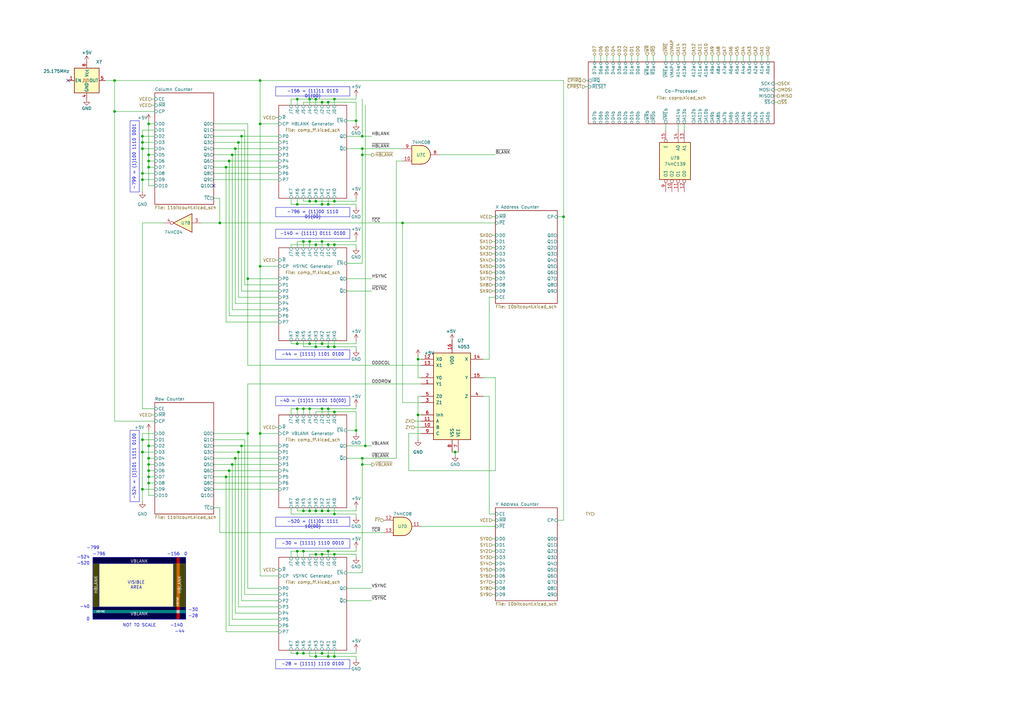
<source format=kicad_sch>
(kicad_sch (version 20231120) (generator "eeschema") (generator_version "8.0")
  (paper "A3")
  (junction (at 134.62 269.24))
  (junction (at 101.6 177.8))
  (junction (at 121.92 267.97))
  (junction (at 60.96 195.58))
  (junction (at 121.92 167.64))
  (junction (at 106.68 109.22))
  (junction (at 58.42 55.88))
  (junction (at 127 209.55))
  (junction (at 137.16 142.24))
  (junction (at 58.42 180.34))
  (junction (at 231.14 88.9))
  (junction (at 129.54 209.55))
  (junction (at 124.46 99.06))
  (junction (at 132.08 140.97))
  (junction (at 58.42 60.96))
  (junction (at 124.46 226.06))
  (junction (at 129.54 142.24))
  (junction (at 60.96 198.12))
  (junction (at 60.96 190.5))
  (junction (at 127 40.64))
  (junction (at 165.1 91.44))
  (junction (at 97.79 58.42))
  (junction (at 106.68 33.02))
  (junction (at 129.54 269.24))
  (junction (at 134.62 100.33))
  (junction (at 121.92 226.06))
  (junction (at 134.62 226.06))
  (junction (at 99.06 182.88))
  (junction (at 137.16 168.91))
  (junction (at 99.06 55.88))
  (junction (at 124.46 209.55))
  (junction (at 60.96 63.5))
  (junction (at 121.92 83.82))
  (junction (at 129.54 82.55))
  (junction (at 124.46 267.97))
  (junction (at 132.08 41.91))
  (junction (at 146.05 49.53))
  (junction (at 129.54 227.33))
  (junction (at 146.05 176.53))
  (junction (at 60.96 66.04))
  (junction (at 127 99.06))
  (junction (at 137.16 40.64))
  (junction (at 93.98 66.04))
  (junction (at 60.96 193.04))
  (junction (at 106.68 177.8))
  (junction (at 93.98 193.04))
  (junction (at 46.99 45.72))
  (junction (at 132.08 267.97))
  (junction (at 58.42 73.66))
  (junction (at 60.96 50.8))
  (junction (at 46.99 33.02))
  (junction (at 124.46 167.64))
  (junction (at 149.86 182.88))
  (junction (at 137.16 100.33))
  (junction (at 186.69 185.42))
  (junction (at 129.54 40.64))
  (junction (at 96.52 60.96))
  (junction (at 106.68 50.8))
  (junction (at 134.62 41.91))
  (junction (at 58.42 185.42))
  (junction (at 132.08 227.33))
  (junction (at 97.79 185.42))
  (junction (at 171.45 147.32))
  (junction (at 137.16 210.82))
  (junction (at 132.08 209.55))
  (junction (at 132.08 167.64))
  (junction (at 58.42 58.42))
  (junction (at 148.59 60.96))
  (junction (at 134.62 167.64))
  (junction (at 171.45 170.18))
  (junction (at 58.42 71.12))
  (junction (at 134.62 142.24))
  (junction (at 132.08 99.06))
  (junction (at 148.59 55.88))
  (junction (at 96.52 187.96))
  (junction (at 92.71 195.58))
  (junction (at 95.25 190.5))
  (junction (at 148.59 187.96))
  (junction (at 134.62 83.82))
  (junction (at 121.92 40.64))
  (junction (at 58.42 200.66))
  (junction (at 132.08 83.82))
  (junction (at 121.92 140.97))
  (junction (at 148.59 63.5))
  (junction (at 95.25 63.5))
  (junction (at 60.96 182.88))
  (junction (at 127 140.97))
  (junction (at 134.62 209.55))
  (junction (at 60.96 68.58))
  (junction (at 127 82.55))
  (junction (at 129.54 100.33))
  (junction (at 92.71 68.58))
  (junction (at 137.16 82.55))
  (junction (at 60.96 187.96))
  (junction (at 148.59 190.5))
  (junction (at 127 167.64))
  (junction (at 101.6 114.3))
  (junction (at 90.17 91.44))
  (junction (at 137.16 269.24))
  (junction (at 137.16 227.33))
  (no_connect (at 27.94 33.02))
  (no_connect (at 87.63 76.2))
  (wire (pts (xy 284.48 22.86) (xy 284.48 25.4)))
  (wire (pts (xy 124.46 41.91) (xy 124.46 43.18)))
  (wire (pts (xy 97.79 185.42) (xy 114.3 185.42)))
  (wire (pts (xy 62.23 43.18) (xy 63.5 43.18)))
  (wire (pts (xy 134.62 167.64) (xy 146.05 167.64)))
  (wire (pts (xy 142.24 187.96) (xy 148.59 187.96)))
  (wire (pts (xy 137.16 82.55) (xy 146.05 82.55)))
  (wire (pts (xy 129.54 228.6) (xy 129.54 227.33)))
  (wire (pts (xy 99.06 55.88) (xy 114.3 55.88)))
  (wire (pts (xy 62.23 40.64) (xy 63.5 40.64)))
  (wire (pts (xy 273.05 50.8) (xy 273.05 53.34)))
  (wire (pts (xy 58.42 53.34) (xy 58.42 55.88)))
  (wire (pts (xy 93.98 256.54) (xy 93.98 193.04)))
  (wire (pts (xy 231.14 213.36) (xy 228.6 213.36)))
  (wire (pts (xy 124.46 267.97) (xy 121.92 267.97)))
  (wire (pts (xy 201.93 236.22) (xy 203.2 236.22)))
  (wire (pts (xy 100.33 53.34) (xy 100.33 116.84)))
  (wire (pts (xy 146.05 39.37) (xy 146.05 40.64)))
  (wire (pts (xy 149.86 182.88) (xy 152.4 182.88)))
  (wire (pts (xy 134.62 142.24) (xy 129.54 142.24)))
  (wire (pts (xy 87.63 58.42) (xy 97.79 58.42)))
  (wire (pts (xy 146.05 40.64) (xy 137.16 40.64)))
  (wire (pts (xy 171.45 154.94) (xy 172.72 154.94)))
  (wire (pts (xy 63.5 63.5) (xy 60.96 63.5)))
  (wire (pts (xy 146.05 100.33) (xy 146.05 101.6)))
  (wire (pts (xy 201.93 119.38) (xy 203.2 119.38)))
  (wire (pts (xy 58.42 71.12) (xy 63.5 71.12)))
  (wire (pts (xy 119.38 40.64) (xy 119.38 43.18)))
  (wire (pts (xy 96.52 60.96) (xy 114.3 60.96)))
  (wire (pts (xy 121.92 267.97) (xy 121.92 266.7)))
  (wire (pts (xy 134.62 101.6) (xy 134.62 100.33)))
  (wire (pts (xy 171.45 147.32) (xy 172.72 147.32)))
  (wire (pts (xy 246.38 22.86) (xy 246.38 25.4)))
  (wire (pts (xy 302.26 22.86) (xy 302.26 25.4)))
  (wire (pts (xy 165.1 91.44) (xy 165.1 165.1)))
  (wire (pts (xy 127 40.64) (xy 121.92 40.64)))
  (wire (pts (xy 106.68 50.8) (xy 114.3 50.8)))
  (wire (pts (xy 148.59 63.5) (xy 152.4 63.5)))
  (wire (pts (xy 132.08 83.82) (xy 134.62 83.82)))
  (wire (pts (xy 93.98 193.04) (xy 114.3 193.04)))
  (wire (pts (xy 287.02 22.86) (xy 287.02 25.4)))
  (wire (pts (xy 90.17 91.44) (xy 165.1 91.44)))
  (wire (pts (xy 124.46 82.55) (xy 124.46 81.28)))
  (wire (pts (xy 60.96 182.88) (xy 60.96 176.53)))
  (wire (pts (xy 146.05 142.24) (xy 146.05 143.51)))
  (wire (pts (xy 137.16 266.7) (xy 137.16 269.24)))
  (wire (pts (xy 201.93 88.9) (xy 203.2 88.9)))
  (wire (pts (xy 127 101.6) (xy 127 99.06)))
  (wire (pts (xy 142.24 241.3) (xy 152.4 241.3)))
  (wire (pts (xy 121.92 167.64) (xy 119.38 167.64)))
  (wire (pts (xy 137.16 40.64) (xy 137.16 43.18)))
  (wire (pts (xy 60.96 203.2) (xy 60.96 198.12)))
  (wire (pts (xy 134.62 226.06) (xy 134.62 228.6)))
  (wire (pts (xy 92.71 195.58) (xy 92.71 259.08)))
  (wire (pts (xy 318.77 36.83) (xy 317.5 36.83)))
  (wire (pts (xy 87.63 66.04) (xy 93.98 66.04)))
  (wire (pts (xy 142.24 176.53) (xy 146.05 176.53)))
  (wire (pts (xy 121.92 81.28) (xy 121.92 83.82)))
  (wire (pts (xy 180.34 63.5) (xy 203.2 63.5)))
  (wire (pts (xy 114.3 251.46) (xy 96.52 251.46)))
  (wire (pts (xy 170.18 172.72) (xy 172.72 172.72)))
  (wire (pts (xy 129.54 266.7) (xy 129.54 269.24)))
  (wire (pts (xy 46.99 172.72) (xy 63.5 172.72)))
  (wire (pts (xy 124.46 267.97) (xy 124.46 266.7)))
  (wire (pts (xy 142.24 49.53) (xy 146.05 49.53)))
  (wire (pts (xy 146.05 83.82) (xy 146.05 85.09)))
  (wire (pts (xy 60.96 63.5) (xy 60.96 50.8)))
  (wire (pts (xy 289.56 22.86) (xy 289.56 25.4)))
  (wire (pts (xy 63.5 203.2) (xy 60.96 203.2)))
  (wire (pts (xy 256.54 22.86) (xy 256.54 25.4)))
  (wire (pts (xy 200.66 147.32) (xy 198.12 147.32)))
  (wire (pts (xy 58.42 180.34) (xy 58.42 185.42)))
  (wire (pts (xy 119.38 81.28) (xy 119.38 83.82)))
  (wire (pts (xy 127 140.97) (xy 132.08 140.97)))
  (wire (pts (xy 137.16 170.18) (xy 137.16 168.91)))
  (wire (pts (xy 87.63 55.88) (xy 99.06 55.88)))
  (wire (pts (xy 87.63 63.5) (xy 95.25 63.5)))
  (wire (pts (xy 165.1 66.04) (xy 162.56 66.04)))
  (wire (pts (xy 101.6 241.3) (xy 114.3 241.3)))
  (wire (pts (xy 58.42 200.66) (xy 58.42 205.74)))
  (wire (pts (xy 97.79 248.92) (xy 114.3 248.92)))
  (wire (pts (xy 100.33 180.34) (xy 100.33 243.84)))
  (wire (pts (xy 146.05 41.91) (xy 146.05 49.53)))
  (wire (pts (xy 198.12 154.94) (xy 203.2 154.94)))
  (wire (pts (xy 142.24 234.95) (xy 148.59 234.95)))
  (wire (pts (xy 58.42 55.88) (xy 63.5 55.88)))
  (wire (pts (xy 137.16 81.28) (xy 137.16 82.55)))
  (wire (pts (xy 170.18 175.26) (xy 172.72 175.26)))
  (wire (pts (xy 63.5 177.8) (xy 58.42 177.8)))
  (wire (pts (xy 95.25 190.5) (xy 95.25 254)))
  (wire (pts (xy 318.77 39.37) (xy 317.5 39.37)))
  (wire (pts (xy 132.08 41.91) (xy 132.08 43.18)))
  (wire (pts (xy 58.42 180.34) (xy 63.5 180.34)))
  (wire (pts (xy 278.13 50.8) (xy 278.13 53.34)))
  (wire (pts (xy 114.3 119.38) (xy 99.06 119.38)))
  (wire (pts (xy 114.3 246.38) (xy 99.06 246.38)))
  (wire (pts (xy 134.62 170.18) (xy 134.62 167.64)))
  (wire (pts (xy 148.59 60.96) (xy 165.1 60.96)))
  (wire (pts (xy 60.96 50.8) (xy 63.5 50.8)))
  (wire (pts (xy 90.17 218.44) (xy 157.48 218.44)))
  (wire (pts (xy 201.93 241.3) (xy 203.2 241.3)))
  (wire (pts (xy 129.54 209.55) (xy 132.08 209.55)))
  (wire (pts (xy 240.03 33.02) (xy 241.3 33.02)))
  (wire (pts (xy 101.6 149.86) (xy 172.72 149.86)))
  (wire (pts (xy 46.99 33.02) (xy 43.18 33.02)))
  (wire (pts (xy 142.24 182.88) (xy 149.86 182.88)))
  (wire (pts (xy 134.62 41.91) (xy 132.08 41.91)))
  (wire (pts (xy 127 227.33) (xy 129.54 227.33)))
  (wire (pts (xy 46.99 45.72) (xy 46.99 172.72)))
  (wire (pts (xy 92.71 68.58) (xy 92.71 132.08)))
  (wire (pts (xy 134.62 142.24) (xy 137.16 142.24)))
  (wire (pts (xy 137.16 227.33) (xy 137.16 228.6)))
  (wire (pts (xy 106.68 177.8) (xy 114.3 177.8)))
  (wire (pts (xy 46.99 45.72) (xy 63.5 45.72)))
  (wire (pts (xy 106.68 50.8) (xy 106.68 33.02)))
  (wire (pts (xy 201.93 96.52) (xy 203.2 96.52)))
  (wire (pts (xy 142.24 119.38) (xy 152.4 119.38)))
  (wire (pts (xy 97.79 185.42) (xy 97.79 248.92)))
  (wire (pts (xy 165.1 165.1) (xy 172.72 165.1)))
  (wire (pts (xy 58.42 73.66) (xy 63.5 73.66)))
  (wire (pts (xy 137.16 100.33) (xy 146.05 100.33)))
  (wire (pts (xy 127 167.64) (xy 124.46 167.64)))
  (wire (pts (xy 240.03 35.56) (xy 241.3 35.56)))
  (wire (pts (xy 96.52 124.46) (xy 96.52 60.96)))
  (wire (pts (xy 58.42 60.96) (xy 58.42 71.12)))
  (wire (pts (xy 121.92 140.97) (xy 121.92 139.7)))
  (wire (pts (xy 165.1 91.44) (xy 203.2 91.44)))
  (wire (pts (xy 101.6 50.8) (xy 101.6 114.3)))
  (wire (pts (xy 299.72 22.86) (xy 299.72 25.4)))
  (wire (pts (xy 87.63 187.96) (xy 96.52 187.96)))
  (wire (pts (xy 265.43 22.86) (xy 265.43 25.4)))
  (wire (pts (xy 137.16 210.82) (xy 146.05 210.82)))
  (wire (pts (xy 248.92 22.86) (xy 248.92 25.4)))
  (wire (pts (xy 99.06 246.38) (xy 99.06 182.88)))
  (wire (pts (xy 127 208.28) (xy 127 209.55)))
  (wire (pts (xy 124.46 99.06) (xy 127 99.06)))
  (wire (pts (xy 124.46 209.55) (xy 127 209.55)))
  (wire (pts (xy 134.62 83.82) (xy 146.05 83.82)))
  (wire (pts (xy 129.54 142.24) (xy 129.54 139.7)))
  (wire (pts (xy 101.6 177.8) (xy 101.6 241.3)))
  (wire (pts (xy 121.92 40.64) (xy 121.92 43.18)))
  (wire (pts (xy 129.54 269.24) (xy 134.62 269.24)))
  (wire (pts (xy 304.8 22.86) (xy 304.8 25.4)))
  (wire (pts (xy 90.17 208.28) (xy 90.17 218.44)))
  (wire (pts (xy 132.08 81.28) (xy 132.08 83.82)))
  (wire (pts (xy 95.25 63.5) (xy 114.3 63.5)))
  (wire (pts (xy 134.62 100.33) (xy 137.16 100.33)))
  (wire (pts (xy 280.67 22.86) (xy 280.67 25.4)))
  (wire (pts (xy 106.68 33.02) (xy 231.14 33.02)))
  (wire (pts (xy 201.93 114.3) (xy 203.2 114.3)))
  (wire (pts (xy 121.92 99.06) (xy 124.46 99.06)))
  (wire (pts (xy 146.05 227.33) (xy 146.05 228.6)))
  (wire (pts (xy 146.05 97.79) (xy 146.05 99.06)))
  (wire (pts (xy 127 266.7) (xy 127 269.24)))
  (wire (pts (xy 60.96 195.58) (xy 60.96 198.12)))
  (wire (pts (xy 58.42 58.42) (xy 58.42 60.96)))
  (wire (pts (xy 60.96 66.04) (xy 60.96 63.5)))
  (wire (pts (xy 129.54 227.33) (xy 132.08 227.33)))
  (wire (pts (xy 97.79 58.42) (xy 97.79 121.92)))
  (wire (pts (xy 97.79 121.92) (xy 114.3 121.92)))
  (wire (pts (xy 292.1 22.86) (xy 292.1 25.4)))
  (wire (pts (xy 129.54 40.64) (xy 129.54 43.18)))
  (wire (pts (xy 124.46 101.6) (xy 124.46 99.06)))
  (wire (pts (xy 58.42 185.42) (xy 58.42 200.66)))
  (wire (pts (xy 92.71 132.08) (xy 114.3 132.08)))
  (wire (pts (xy 99.06 119.38) (xy 99.06 55.88)))
  (wire (pts (xy 148.59 234.95) (xy 148.59 190.5)))
  (wire (pts (xy 114.3 129.54) (xy 93.98 129.54)))
  (wire (pts (xy 106.68 177.8) (xy 106.68 236.22)))
  (wire (pts (xy 96.52 251.46) (xy 96.52 187.96)))
  (wire (pts (xy 58.42 185.42) (xy 63.5 185.42)))
  (wire (pts (xy 127 140.97) (xy 121.92 140.97)))
  (wire (pts (xy 63.5 53.34) (xy 58.42 53.34)))
  (wire (pts (xy 137.16 168.91) (xy 146.05 168.91)))
  (wire (pts (xy 60.96 198.12) (xy 63.5 198.12)))
  (wire (pts (xy 87.63 182.88) (xy 99.06 182.88)))
  (wire (pts (xy 137.16 100.33) (xy 137.16 101.6)))
  (wire (pts (xy 132.08 140.97) (xy 146.05 140.97)))
  (wire (pts (xy 201.93 226.06) (xy 203.2 226.06)))
  (wire (pts (xy 172.72 170.18) (xy 171.45 170.18)))
  (wire (pts (xy 134.62 43.18) (xy 134.62 41.91)))
  (wire (pts (xy 119.38 208.28) (xy 119.38 210.82)))
  (wire (pts (xy 93.98 66.04) (xy 114.3 66.04)))
  (wire (pts (xy 134.62 269.24) (xy 137.16 269.24)))
  (wire (pts (xy 114.3 124.46) (xy 96.52 124.46)))
  (wire (pts (xy 273.05 22.86) (xy 273.05 25.4)))
  (wire (pts (xy 106.68 109.22) (xy 114.3 109.22)))
  (wire (pts (xy 96.52 187.96) (xy 114.3 187.96)))
  (wire (pts (xy 92.71 68.58) (xy 114.3 68.58)))
  (wire (pts (xy 63.5 190.5) (xy 60.96 190.5)))
  (wire (pts (xy 146.05 168.91) (xy 146.05 176.53)))
  (wire (pts (xy 101.6 114.3) (xy 114.3 114.3)))
  (wire (pts (xy 149.86 182.88) (xy 149.86 43.18)))
  (wire (pts (xy 201.93 101.6) (xy 203.2 101.6)))
  (wire (pts (xy 203.2 121.92) (xy 200.66 121.92)))
  (wire (pts (xy 58.42 200.66) (xy 63.5 200.66)))
  (wire (pts (xy 87.63 200.66) (xy 114.3 200.66)))
  (wire (pts (xy 148.59 63.5) (xy 148.59 107.95)))
  (wire (pts (xy 132.08 41.91) (xy 124.46 41.91)))
  (wire (pts (xy 132.08 101.6) (xy 132.08 99.06)))
  (wire (pts (xy 95.25 63.5) (xy 95.25 127)))
  (wire (pts (xy 201.93 231.14) (xy 203.2 231.14)))
  (wire (pts (xy 113.03 233.68) (xy 114.3 233.68)))
  (wire (pts (xy 127 269.24) (xy 129.54 269.24)))
  (wire (pts (xy 121.92 208.28) (xy 121.92 209.55)))
  (wire (pts (xy 171.45 147.32) (xy 171.45 154.94)))
  (wire (pts (xy 201.93 238.76) (xy 203.2 238.76)))
  (wire (pts (xy 87.63 190.5) (xy 95.25 190.5)))
  (wire (pts (xy 201.93 104.14) (xy 203.2 104.14)))
  (wire (pts (xy 132.08 170.18) (xy 132.08 167.64)))
  (wire (pts (xy 172.72 215.9) (xy 203.2 215.9)))
  (wire (pts (xy 113.03 48.26) (xy 114.3 48.26)))
  (wire (pts (xy 186.69 185.42) (xy 187.96 185.42)))
  (wire (pts (xy 87.63 193.04) (xy 93.98 193.04)))
  (wire (pts (xy 142.24 114.3) (xy 152.4 114.3)))
  (wire (pts (xy 294.64 22.86) (xy 294.64 25.4)))
  (wire (pts (xy 132.08 167.64) (xy 134.62 167.64)))
  (wire (pts (xy 60.96 187.96) (xy 63.5 187.96)))
  (wire (pts (xy 87.63 53.34) (xy 100.33 53.34)))
  (wire (pts (xy 60.96 195.58) (xy 60.96 193.04)))
  (wire (pts (xy 129.54 101.6) (xy 129.54 100.33)))
  (wire (pts (xy 142.24 60.96) (xy 148.59 60.96)))
  (wire (pts (xy 113.03 106.68) (xy 114.3 106.68)))
  (wire (pts (xy 100.33 243.84) (xy 114.3 243.84)))
  (wire (pts (xy 121.92 83.82) (xy 132.08 83.82)))
  (wire (pts (xy 129.54 82.55) (xy 127 82.55)))
  (wire (pts (xy 132.08 227.33) (xy 137.16 227.33)))
  (wire (pts (xy 58.42 73.66) (xy 58.42 78.74)))
  (wire (pts (xy 87.63 198.12) (xy 114.3 198.12)))
  (wire (pts (xy 132.08 140.97) (xy 132.08 139.7)))
  (wire (pts (xy 87.63 73.66) (xy 114.3 73.66)))
  (wire (pts (xy 58.42 55.88) (xy 58.42 58.42)))
  (wire (pts (xy 132.08 99.06) (xy 146.05 99.06)))
  (wire (pts (xy 58.42 60.96) (xy 63.5 60.96)))
  (wire (pts (xy 201.93 223.52) (xy 203.2 223.52)))
  (wire (pts (xy 134.62 226.06) (xy 146.05 226.06)))
  (wire (pts (xy 129.54 40.64) (xy 127 40.64)))
  (wire (pts (xy 201.93 233.68) (xy 203.2 233.68)))
  (wire (pts (xy 82.55 91.44) (xy 90.17 91.44)))
  (wire (pts (xy 134.62 41.91) (xy 146.05 41.91)))
  (wire (pts (xy 113.03 175.26) (xy 114.3 175.26)))
  (wire (pts (xy 201.93 111.76) (xy 203.2 111.76)))
  (wire (pts (xy 171.45 162.56) (xy 171.45 170.18)))
  (wire (pts (xy 137.16 40.64) (xy 129.54 40.64)))
  (wire (pts (xy 121.92 40.64) (xy 119.38 40.64)))
  (wire (pts (xy 148.59 55.88) (xy 152.4 55.88)))
  (wire (pts (xy 127 228.6) (xy 127 227.33)))
  (wire (pts (xy 60.96 76.2) (xy 60.96 68.58)))
  (wire (pts (xy 203.2 154.94) (xy 203.2 193.04)))
  (wire (pts (xy 106.68 50.8) (xy 106.68 109.22)))
  (wire (pts (xy 121.92 140.97) (xy 119.38 140.97)))
  (wire (pts (xy 60.96 182.88) (xy 60.96 187.96)))
  (wire (pts (xy 134.62 208.28) (xy 134.62 209.55)))
  (wire (pts (xy 200.66 121.92) (xy 200.66 147.32)))
  (wire (pts (xy 87.63 208.28) (xy 90.17 208.28)))
  (wire (pts (xy 201.93 116.84) (xy 203.2 116.84)))
  (wire (pts (xy 106.68 236.22) (xy 114.3 236.22)))
  (wire (pts (xy 198.12 162.56) (xy 200.66 162.56)))
  (wire (pts (xy 58.42 58.42) (xy 63.5 58.42)))
  (wire (pts (xy 134.62 209.55) (xy 146.05 209.55)))
  (wire (pts (xy 146.05 269.24) (xy 146.05 270.51)))
  (wire (pts (xy 101.6 114.3) (xy 101.6 149.86)))
  (wire (pts (xy 134.62 139.7) (xy 134.62 142.24)))
  (wire (pts (xy 46.99 33.02) (xy 46.99 45.72)))
  (wire (pts (xy 87.63 180.34) (xy 100.33 180.34)))
  (wire (pts (xy 167.64 177.8) (xy 172.72 177.8)))
  (wire (pts (xy 129.54 100.33) (xy 134.62 100.33)))
  (wire (pts (xy 172.72 157.48) (xy 101.6 157.48)))
  (wire (pts (xy 60.96 49.53) (xy 60.96 50.8)))
  (wire (pts (xy 142.24 246.38) (xy 152.4 246.38)))
  (wire (pts (xy 63.5 182.88) (xy 60.96 182.88)))
  (wire (pts (xy 114.3 256.54) (xy 93.98 256.54)))
  (wire (pts (xy 314.96 22.86) (xy 314.96 25.4)))
  (wire (pts (xy 132.08 267.97) (xy 146.05 267.97)))
  (wire (pts (xy 171.45 162.56) (xy 172.72 162.56)))
  (wire (pts (xy 87.63 71.12) (xy 114.3 71.12)))
  (wire (pts (xy 148.59 107.95) (xy 142.24 107.95)))
  (wire (pts (xy 201.93 213.36) (xy 203.2 213.36)))
  (wire (pts (xy 119.38 267.97) (xy 119.38 266.7)))
  (wire (pts (xy 171.45 170.18) (xy 171.45 180.34)))
  (wire (pts (xy 267.97 22.86) (xy 267.97 25.4)))
  (wire (pts (xy 119.38 167.64) (xy 119.38 170.18)))
  (wire (pts (xy 87.63 177.8) (xy 101.6 177.8)))
  (wire (pts (xy 137.16 208.28) (xy 137.16 210.82)))
  (wire (pts (xy 200.66 162.56) (xy 200.66 210.82)))
  (wire (pts (xy 92.71 195.58) (xy 114.3 195.58)))
  (wire (pts (xy 201.93 228.6) (xy 203.2 228.6)))
  (wire (pts (xy 146.05 139.7) (xy 146.05 140.97)))
  (wire (pts (xy 146.05 210.82) (xy 146.05 212.09)))
  (wire (pts (xy 62.23 170.18) (xy 63.5 170.18)))
  (wire (pts (xy 185.42 185.42) (xy 186.69 185.42)))
  (wire (pts (xy 92.71 259.08) (xy 114.3 259.08)))
  (wire (pts (xy 132.08 208.28) (xy 132.08 209.55)))
  (wire (pts (xy 148.59 40.64) (xy 148.59 55.88)))
  (wire (pts (xy 132.08 267.97) (xy 124.46 267.97)))
  (wire (pts (xy 87.63 185.42) (xy 97.79 185.42)))
  (wire (pts (xy 146.05 176.53) (xy 146.05 177.8)))
  (wire (pts (xy 137.16 139.7) (xy 137.16 142.24)))
  (wire (pts (xy 87.63 68.58) (xy 92.71 68.58)))
  (wire (pts (xy 60.96 190.5) (xy 60.96 187.96)))
  (wire (pts (xy 121.92 267.97) (xy 119.38 267.97)))
  (wire (pts (xy 201.93 106.68) (xy 203.2 106.68)))
  (wire (pts (xy 60.96 68.58) (xy 60.96 66.04)))
  (wire (pts (xy 167.64 193.04) (xy 167.64 177.8)))
  (wire (pts (xy 231.14 88.9) (xy 231.14 33.02)))
  (wire (pts (xy 124.46 226.06) (xy 121.92 226.06)))
  (wire (pts (xy 93.98 129.54) (xy 93.98 66.04)))
  (wire (pts (xy 119.38 83.82) (xy 121.92 83.82)))
  (wire (pts (xy 201.93 243.84) (xy 203.2 243.84)))
  (wire (pts (xy 129.54 208.28) (xy 129.54 209.55)))
  (wire (pts (xy 278.13 22.86) (xy 278.13 25.4)))
  (wire (pts (xy 251.46 22.86) (xy 251.46 25.4)))
  (wire (pts (xy 127 139.7) (xy 127 140.97)))
  (wire (pts (xy 137.16 269.24) (xy 146.05 269.24)))
  (wire (pts (xy 58.42 71.12) (xy 58.42 73.66)))
  (wire (pts (xy 124.46 208.28) (xy 124.46 209.55)))
  (wire (pts (xy 127 167.64) (xy 127 170.18)))
  (wire (pts (xy 228.6 88.9) (xy 231.14 88.9)))
  (wire (pts (xy 148.59 190.5) (xy 148.59 187.96)))
  (wire (pts (xy 171.45 146.05) (xy 171.45 147.32)))
  (wire (pts (xy 129.54 100.33) (xy 119.38 100.33)))
  (wire (pts (xy 254 22.86) (xy 254 25.4)))
  (wire (pts (xy 142.24 55.88) (xy 148.59 55.88)))
  (wire (pts (xy 148.59 190.5) (xy 152.4 190.5)))
  (wire (pts (xy 121.92 226.06) (xy 121.92 228.6)))
  (wire (pts (xy 309.88 22.86) (xy 309.88 25.4)))
  (wire (pts (xy 58.42 177.8) (xy 58.42 180.34)))
  (wire (pts (xy 132.08 266.7) (xy 132.08 267.97)))
  (wire (pts (xy 280.67 50.8) (xy 280.67 53.34)))
  (wire (pts (xy 90.17 91.44) (xy 90.17 81.28)))
  (wire (pts (xy 132.08 228.6) (xy 132.08 227.33)))
  (wire (pts (xy 146.05 49.53) (xy 146.05 50.8)))
  (wire (pts (xy 46.99 33.02) (xy 106.68 33.02)))
  (wire (pts (xy 127 82.55) (xy 127 81.28)))
  (wire (pts (xy 60.96 190.5) (xy 60.96 193.04)))
  (wire (pts (xy 99.06 182.88) (xy 114.3 182.88)))
  (wire (pts (xy 100.33 116.84) (xy 114.3 116.84)))
  (wire (pts (xy 97.79 58.42) (xy 114.3 58.42)))
  (wire (pts (xy 146.05 81.28) (xy 146.05 82.55)))
  (wire (pts (xy 275.59 22.86) (xy 275.59 25.4)))
  (wire (pts (xy 129.54 168.91) (xy 129.54 170.18)))
  (wire (pts (xy 127 99.06) (xy 132.08 99.06)))
  (wire (pts (xy 200.66 210.82) (xy 203.2 210.82)))
  (wire (pts (xy 243.84 22.86) (xy 243.84 25.4)))
  (wire (pts (xy 318.77 34.29) (xy 317.5 34.29)))
  (wire (pts (xy 95.25 254) (xy 114.3 254)))
  (wire (pts (xy 203.2 193.04) (xy 167.64 193.04)))
  (wire (pts (xy 201.93 109.22) (xy 203.2 109.22)))
  (wire (pts (xy 90.17 81.28) (xy 87.63 81.28)))
  (wire (pts (xy 95.25 127) (xy 114.3 127)))
  (wire (pts (xy 146.05 224.79) (xy 146.05 226.06)))
  (wire (pts (xy 137.16 227.33) (xy 146.05 227.33)))
  (wire (pts (xy 201.93 220.98) (xy 203.2 220.98)))
  (wire (pts (xy 67.31 91.44) (xy 58.42 91.44)))
  (wire (pts (xy 87.63 60.96) (xy 96.52 60.96)))
  (wire (pts (xy 318.77 41.91) (xy 317.5 41.91)))
  (wire (pts (xy 231.14 88.9) (xy 231.14 213.36)))
  (wire (pts (xy 146.05 166.37) (xy 146.05 167.64)))
  (wire (pts (xy 134.62 81.28) (xy 134.62 83.82)))
  (wire (pts (xy 129.54 142.24) (xy 124.46 142.24)))
  (wire (pts (xy 121.92 101.6) (xy 121.92 99.06)))
  (wire (pts (xy 124.46 226.06) (xy 134.62 226.06)))
  (wire (pts (xy 58.42 167.64) (xy 63.5 167.64)))
  (wire (pts (xy 121.92 209.55) (xy 124.46 209.55)))
  (wire (pts (xy 124.46 142.24) (xy 124.46 139.7)))
  (wire (pts (xy 137.16 168.91) (xy 129.54 168.91)))
  (wire (pts (xy 259.08 22.86) (xy 259.08 25.4)))
  (wire (pts (xy 63.5 66.04) (xy 60.96 66.04)))
  (wire (pts (xy 146.05 208.28) (xy 146.05 209.55)))
  (wire (pts (xy 60.96 193.04) (xy 63.5 193.04)))
  (wire (pts (xy 146.05 266.7) (xy 146.05 267.97)))
  (wire (pts (xy 119.38 140.97) (xy 119.38 139.7)))
  (wire (pts (xy 124.46 167.64) (xy 124.46 170.18)))
  (wire (pts (xy 261.62 22.86) (xy 261.62 25.4)))
  (wire (pts (xy 124.46 167.64) (xy 121.92 167.64)))
  (wire (pts (xy 87.63 50.8) (xy 101.6 50.8)))
  (wire (pts (xy 148.59 187.96) (xy 162.56 187.96)))
  (wire (pts (xy 63.5 195.58) (xy 60.96 195.58)))
  (wire (pts (xy 63.5 76.2) (xy 60.96 76.2)))
  (wire (pts (xy 127 82.55) (xy 124.46 82.55)))
  (wire (pts (xy 63.5 68.58) (xy 60.96 68.58)))
  (wire (pts (xy 87.63 195.58) (xy 92.71 195.58)))
  (wire (pts (xy 312.42 22.86) (xy 312.42 25.4)))
  (wire (pts (xy 119.38 100.33) (xy 119.38 101.6)))
  (wire (pts (xy 297.18 22.86) (xy 297.18 25.4)))
  (wire (pts (xy 148.59 60.96) (xy 148.59 63.5)))
  (wire (pts (xy 119.38 226.06) (xy 119.38 228.6)))
  (wire (pts (xy 201.93 99.06) (xy 203.2 99.06)))
  (wire (pts (xy 134.62 266.7) (xy 134.62 269.24)))
  (wire (pts (xy 119.38 210.82) (xy 137.16 210.82)))
  (wire (pts (xy 106.68 109.22) (xy 106.68 177.8)))
  (wire (pts (xy 307.34 22.86) (xy 307.34 25.4)))
  (wire (pts (xy 101.6 157.48) (xy 101.6 177.8)))
  (wire (pts (xy 121.92 167.64) (xy 121.92 170.18)))
  (wire (pts (xy 137.16 82.55) (xy 129.54 82.55)))
  (wire (pts (xy 132.08 167.64) (xy 127 167.64)))
  (wire (pts (xy 127 40.64) (xy 127 43.18)))
  (wire (pts (xy 95.25 190.5) (xy 114.3 190.5)))
  (wire (pts (xy 129.54 82.55) (xy 129.54 81.28)))
  (wire (pts (xy 124.46 226.06) (xy 124.46 228.6)))
  (wire (pts (xy 137.16 142.24) (xy 146.05 142.24)))
  (wire (pts (xy 162.56 66.04) (xy 162.56 187.96)))
  (wire (pts (xy 58.42 91.44) (xy 58.42 167.64)))
  (wire (pts (xy 132.08 209.55) (xy 134.62 209.55)))
  (wire (pts (xy 121.92 226.06) (xy 119.38 226.06)))
  (wire (pts (xy 127 209.55) (xy 129.54 209.55)))
  (wire (pts (xy 186.69 186.69) (xy 186.69 185.42)))
  (rectangle (start 72.39 248.92) (end 73.66 250.19) (stroke (width -0.0001)) (fill (type color) (color 194 0 0 1)))
  (rectangle (start 38.1 248.92) (end 72.39 250.19) (stroke (width -0.0001)) (fill (type color) (color 0 0 72 1)))
  (rectangle (start 72.39 228.6) (end 73.66 231.14) (stroke (width -0.0001)) (fill (type color) (color 194 0 0 1)))
  (rectangle (start 38.1 231.14) (end 40.64 248.92) (stroke (width -0.0001)) (fill (type color) (color 72 72 0 1)))
  (rectangle (start 38.1 250.19) (end 72.39 251.46) (stroke (width -0.0001) (color 194 194 194 1)) (fill (type color) (color 0 132 132 1)))
  (rectangle (start 73.66 231.14) (end 76.2 248.92) (stroke (width -0.0001)) (fill (type color) (color 72 72 0 1)))
  (rectangle (start 73.66 228.6) (end 76.2 231.14) (stroke (width -0.0001)) (fill (type color) (color 0 0 72 1)))
  (rectangle (start 73.66 250.19) (end 76.2 251.46) (stroke (width -0.0001) (color 194 194 194 1)) (fill (type color) (color 0 132 132 1)))
  (rectangle (start 73.66 251.46) (end 76.2 254) (stroke (width -0.0001)) (fill (type color) (color 0 0 72 1)))
  (rectangle (start 72.39 231.14) (end 73.66 248.92) (stroke (width -0.0001)) (fill (type color) (color 204 102 0 1)))
  (rectangle (start 71.12 231.14) (end 72.39 248.92) (stroke (width -0.0001)) (fill (type color) (color 72 72 0 1)))
  (rectangle (start 38.1 251.46) (end 72.39 254) (stroke (width -0.0001)) (fill (type color) (color 0 0 72 1)))
  (rectangle (start 72.39 251.46) (end 73.66 254) (stroke (width -0.0001)) (fill (type color) (color 194 0 0 1)))
  (rectangle (start 38.1 228.6) (end 76.2 254))
  (rectangle (start 38.1 228.6) (end 72.39 231.14) (stroke (width -0.0001)) (fill (type color) (color 0 0 72 1)))
  (rectangle (start 73.66 248.92) (end 76.2 250.19) (stroke (width -0.0001)) (fill (type color) (color 0 0 72 1)))
  (rectangle (start 72.39 250.19) (end 73.66 251.46) (stroke (width -0.0001)) (fill (type color) (color 194 194 194 1)))
  (rectangle (start 40.64 231.14) (end 71.12 248.92) (fill (type color) (color 255 255 194 1)))
  (text_box "-40 = (11)11 1101 10(00)" (at 113.03 162.56 0) (size 30.48 3.81) (effects (font (size 1.27 1.27)) (justify top)))
  (text_box "-156 = (11)11 0110 01(00)" (at 113.03 35.56 0) (size 30.48 3.81) (effects (font (size 1.27 1.27)) (justify top)))
  (text_box "-140 = (1111) 0111 0100" (at 113.03 93.98 0) (size 30.48 3.81) (effects (font (size 1.27 1.27)) (justify top)))
  (text_box "-44 = (1111) 1101 0100" (at 113.03 143.51 0) (size 30.48 3.81) (effects (font (size 1.27 1.27)) (justify top)))
  (text_box "-796 = (11)00 1110 01(00)" (at 113.03 85.09 0) (size 30.48 3.81) (effects (font (size 1.27 1.27)) (justify top)))
  (text_box "-520 = (11)01 1111 10(00)" (at 113.03 212.09 0) (size 30.48 3.81) (effects (font (size 1.27 1.27)) (justify top)))
  (text_box "-524 = (1)101 1111 0100" (at 53.34 176.53 90) (size 3.81 29.21) (effects (font (size 1.27 1.27)) (justify top)))
  (text_box "-30 = (1111) 1110 0010" (at 113.03 220.98 0) (size 30.48 3.81) (effects (font (size 1.27 1.27)) (justify top)))
  (text_box "-28 = (1111) 1110 0100" (at 113.03 270.51 0) (size 30.48 3.81) (effects (font (size 1.27 1.27)) (justify top)))
  (text_box "-799 = (1)100 1110 0001" (at 53.34 49.53 90) (size 3.81 29.21) (effects (font (size 1.27 1.27)) (justify top)))
  (text "VSYNC" (at 39.37 251.46 0) (effects (font (size 0.762 0.762)) (justify left bottom)))
  (text "VISIBLE\nAREA" (at 55.88 240.03 0) (effects (font (size 1.27 1.27))))
  (text "VBLANK" (at 57.15 231.14 0) (effects (font (size 1.27 1.27)) (justify bottom)))
  (text "-30" (at 81.28 250.19 0) (effects (font (size 1.27 1.27)) (justify right)))
  (text "HBLANK" (at 39.37 240.03 90) (effects (font (size 1.27 1.27))))
  (text "-156" (at 71.12 227.33 0) (effects (font (size 1.27 1.27))))
  (text "-524" (at 36.83 228.6 0) (effects (font (size 1.27 1.27)) (justify right)))
  (text "-40" (at 36.83 248.92 0) (effects (font (size 1.27 1.27)) (justify right)))
  (text "-140" (at 72.39 256.54 0) (effects (font (size 1.27 1.27))))
  (text "HBLANK" (at 73.66 240.03 90) (effects (font (size 1.27 1.27))))
  (text "0" (at 36.83 254 0) (effects (font (size 1.27 1.27)) (justify right)))
  (text "NOT TO SCALE" (at 57.15 256.54 0) (effects (font (size 1.27 1.27))))
  (text "-796" (at 40.64 227.33 0) (effects (font (size 1.27 1.27))))
  (text "-520" (at 36.83 231.14 0) (effects (font (size 1.27 1.27)) (justify right)))
  (text "HSYNC" (at 72.39 248.92 90) (effects (font (size 0.762 0.762)) (justify left top)))
  (text "0" (at 76.2 227.33 0) (effects (font (size 1.27 1.27))))
  (text "-28" (at 81.28 252.73 0) (effects (font (size 1.27 1.27)) (justify right)))
  (text "VBLANK" (at 57.15 252.73 0) (effects (font (size 1.27 1.27)) (justify bottom)))
  (text "-799" (at 38.1 224.79 0) (effects (font (size 1.27 1.27))))
  (text "-44" (at 73.66 259.08 0) (effects (font (size 1.27 1.27))))
  (label "~{VBLANK}" (at 152.4 187.96 0))
  (label "~{TCC}" (at 152.4 91.44 0))
  (label "~{TCR}" (at 152.4 218.44 0))
  (label "~{VSYNC}" (at 152.4 246.38 0))
  (label "~{HBLANK}" (at 152.4 60.96 0))
  (label "HSYNC" (at 152.4 114.3 0))
  (label "ODDROW" (at 152.4 157.48 0))
  (label "~{BLANK}" (at 203.2 63.5 0))
  (label "ODDCOL" (at 152.4 149.86 0))
  (label "~{HSYNC}" (at 152.4 119.38 0))
  (label "VBLANK" (at 152.4 182.88 0))
  (label "HBLANK" (at 152.4 55.88 0))
  (label "VSYNC" (at 152.4 241.3 0))
  (hierarchical_label "ZY" (shape input) (at 170.18 175.26 180))
  (hierarchical_label "A7" (shape input) (at 297.18 22.86 90))
  (hierarchical_label "VCE" (shape input) (at 201.93 213.36 180))
  (hierarchical_label "SY2" (shape input) (at 201.93 226.06 180))
  (hierarchical_label "~{RD}" (shape input) (at 267.97 22.86 90))
  (hierarchical_label "VMAP" (shape input) (at 275.59 22.86 90))
  (hierarchical_label "~{CPIRQ}" (shape output) (at 240.03 33.02 180))
  (hierarchical_label "VCE" (shape input) (at 113.03 233.68 180))
  (hierarchical_label "~{SS}" (shape input) (at 318.77 41.91 0))
  (hierarchical_label "A4" (shape input) (at 304.8 22.86 90))
  (hierarchical_label "D4" (shape bidirectional) (at 251.46 22.86 90))
  (hierarchical_label "SX8" (shape input) (at 201.93 116.84 180))
  (hierarchical_label "MOSI" (shape input) (at 318.77 36.83 0))
  (hierarchical_label "~{FY}" (shape input) (at 157.48 213.36 180))
  (hierarchical_label "A12" (shape input) (at 284.48 22.86 90))
  (hierarchical_label "SY6" (shape input) (at 201.93 236.22 180))
  (hierarchical_label "MISO" (shape output) (at 318.77 39.37 0))
  (hierarchical_label "SY7" (shape input) (at 201.93 238.76 180))
  (hierarchical_label "D0" (shape bidirectional) (at 261.62 22.86 90))
  (hierarchical_label "~{WR}" (shape input) (at 265.43 22.86 90))
  (hierarchical_label "SCK" (shape input) (at 318.77 34.29 0))
  (hierarchical_label "A1" (shape input) (at 312.42 22.86 90))
  (hierarchical_label "SY8" (shape input) (at 201.93 241.3 180))
  (hierarchical_label "SX9" (shape input) (at 201.93 119.38 180))
  (hierarchical_label "SY0" (shape input) (at 201.93 220.98 180))
  (hierarchical_label "SX4" (shape input) (at 201.93 106.68 180))
  (hierarchical_label "VCE" (shape input) (at 201.93 88.9 180))
  (hierarchical_label "SY4" (shape input) (at 201.93 231.14 180))
  (hierarchical_label "A11" (shape input) (at 287.02 22.86 90))
  (hierarchical_label "A0" (shape input) (at 314.96 22.86 90))
  (hierarchical_label "SX5" (shape input) (at 201.93 109.22 180))
  (hierarchical_label "A10" (shape input) (at 289.56 22.86 90))
  (hierarchical_label "SX2" (shape input) (at 201.93 101.6 180))
  (hierarchical_label "SY5" (shape input) (at 201.93 233.68 180))
  (hierarchical_label "A5" (shape input) (at 302.26 22.86 90))
  (hierarchical_label "VCE" (shape input) (at 113.03 175.26 180))
  (hierarchical_label "~{HBLANK}" (shape output) (at 152.4 63.5 0))
  (hierarchical_label "D2" (shape bidirectional) (at 256.54 22.86 90))
  (hierarchical_label "~{VME}" (shape input) (at 273.05 22.86 90))
  (hierarchical_label "A6" (shape input) (at 299.72 22.86 90))
  (hierarchical_label "VCE" (shape input) (at 62.23 40.64 180))
  (hierarchical_label "A13" (shape input) (at 280.67 22.86 90))
  (hierarchical_label "A14" (shape input) (at 278.13 22.86 90))
  (hierarchical_label "D5" (shape bidirectional) (at 248.92 22.86 90))
  (hierarchical_label "VCE" (shape input) (at 113.03 106.68 180))
  (hierarchical_label "A9" (shape input) (at 292.1 22.86 90))
  (hierarchical_label "ZX" (shape input) (at 170.18 172.72 180))
  (hierarchical_label "SX7" (shape input) (at 201.93 114.3 180))
  (hierarchical_label "TY" (shape input) (at 243.84 210.82 180))
  (hierarchical_label "~{CPRST}" (shape input) (at 240.03 35.56 180))
  (hierarchical_label "D3" (shape bidirectional) (at 254 22.86 90))
  (hierarchical_label "SX6" (shape input) (at 201.93 111.76 180))
  (hierarchical_label "A8" (shape input) (at 294.64 22.86 90))
  (hierarchical_label "D6" (shape bidirectional) (at 246.38 22.86 90))
  (hierarchical_label "SY3" (shape input) (at 201.93 228.6 180))
  (hierarchical_label "SY1" (shape input) (at 201.93 223.52 180))
  (hierarchical_label "SY9" (shape input) (at 201.93 243.84 180))
  (hierarchical_label "A3" (shape input) (at 307.34 22.86 90))
  (hierarchical_label "VCE" (shape input) (at 62.23 170.18 180))
  (hierarchical_label "D7" (shape bidirectional) (at 243.84 22.86 90))
  (hierarchical_label "A2" (shape input) (at 309.88 22.86 90))
  (hierarchical_label "D1" (shape bidirectional) (at 259.08 22.86 90))
  (hierarchical_label "VCE" (shape input) (at 113.03 48.26 180))
  (hierarchical_label "SX3" (shape input) (at 201.93 104.14 180))
  (hierarchical_label "~{VBLANK}" (shape output) (at 152.4 190.5 0))
  (hierarchical_label "SX1" (shape input) (at 201.93 99.06 180))
  (hierarchical_label "SX0" (shape input) (at 201.93 96.52 180))
  (hierarchical_label "VCE" (shape input) (at 62.23 43.18 180))
  (symbol (lib_id "74xx:74LS08") (at 172.72 63.5 0) (unit 3)
    (property "Reference" "U?" (at 172.72 63.5 0))
    (property "Value" "74HC08" (at 172.72 58.42 0))
    (property "Datasheet" "http://www.ti.com/lit/gpn/sn74LS08" (effects (hide yes)))
  )
  (symbol (lib_id "power:GND") (at 146.05 212.09 0) (unit 1)
    (property "Reference" "#PWR?" (effects (hide yes)))
    (property "Value" "GND" (at 146.05 215.9 0))
    (property "Description" "Power symbol creates a global label with name \"GND\" , ground" (effects (hide yes)))
  )
  (symbol (lib_id "power:GND") (at 171.45 180.34 0) (unit 1)
    (property "Reference" "#PWR?" (effects (hide yes)))
    (property "Value" "GND" (at 171.45 185.42 0))
    (property "Description" "Power symbol creates a global label with name \"GND\" , ground" (effects (hide yes)))
  )
  (symbol (lib_id "power:GND") (at 146.05 85.09 0) (unit 1)
    (property "Reference" "#PWR?" (effects (hide yes)))
    (property "Value" "GND" (at 146.05 88.9 0))
    (property "Description" "Power symbol creates a global label with name \"GND\" , ground" (effects (hide yes)))
  )
  (symbol (lib_id "power:+5V") (at 60.96 176.53 0) (unit 1)
    (property "Reference" "#PWR?" (effects (hide yes)))
    (property "Value" "+5V" (at 57.15 175.26 0))
    (property "Description" "Power symbol creates a global label with name \"+5V\"" (effects (hide yes)))
  )
  (symbol (lib_id "power:GND") (at 58.42 205.74 0) (unit 1)
    (property "Reference" "#PWR?" (effects (hide yes)))
    (property "Value" "GND" (at 58.42 210.82 0))
    (property "Description" "Power symbol creates a global label with name \"GND\" , ground" (effects (hide yes)))
  )
  (symbol (lib_id "power:GND") (at 58.42 78.74 0) (unit 1)
    (property "Reference" "#PWR?" (effects (hide yes)))
    (property "Value" "GND" (at 58.42 83.82 0))
    (property "Description" "Power symbol creates a global label with name \"GND\" , ground" (effects (hide yes)))
  )
  (symbol (lib_id "power:+5V") (at 171.45 146.05 0) (unit 1)
    (property "Reference" "#PWR?" (effects (hide yes)))
    (property "Value" "+5V" (at 173.99 144.7799 0) (effects (justify left)))
    (property "Description" "Power symbol creates a global label with name \"+5V\"" (effects (hide yes)))
  )
  (symbol (lib_id "power:GND") (at 146.05 228.6 0) (unit 1)
    (property "Reference" "#PWR?" (effects (hide yes)))
    (property "Value" "GND" (at 146.05 232.41 0))
    (property "Description" "Power symbol creates a global label with name \"GND\" , ground" (effects (hide yes)))
  )
  (symbol (lib_id "power:GND") (at 146.05 143.51 0) (unit 1)
    (property "Reference" "#PWR?" (effects (hide yes)))
    (property "Value" "GND" (at 146.05 147.32 0))
    (property "Description" "Power symbol creates a global label with name \"GND\" , ground" (effects (hide yes)))
  )
  (symbol (lib_id "Oscillator:CXO_DIP8") (at 35.56 33.02 0) (unit 1)
    (property "Reference" "X?" (at 39.37 25.4 0) (effects (justify left)))
    (property "Value" "25.175MHz" (at 17.78 29.21 0) (effects (justify left)))
    (property "Footprint" "Oscillator:Oscillator_DIP-8_LargePads" (effects (hide yes)))
    (property "Datasheet" "http://cdn-reichelt.de/documents/datenblatt/B400/OSZI.pdf" (effects (hide yes)))
  )
  (symbol (lib_id "power:GND") (at 146.05 50.8 0) (unit 1)
    (property "Reference" "#PWR?" (effects (hide yes)))
    (property "Value" "GND" (at 146.05 54.61 0))
    (property "Description" "Power symbol creates a global label with name \"GND\" , ground" (effects (hide yes)))
  )
  (symbol (lib_id "power:+5V") (at 35.56 25.4 0) (unit 1)
    (property "Reference" "#PWR?" (effects (hide yes)))
    (property "Value" "+5V" (at 35.56 21.59 0))
    (property "Description" "Power symbol creates a global label with name \"+5V\"" (effects (hide yes)))
  )
  (symbol (lib_id "power:+5V") (at 146.05 224.79 0) (unit 1)
    (property "Reference" "#PWR?" (effects (hide yes)))
    (property "Value" "+5V" (at 146.05 220.98 0))
    (property "Description" "Power symbol creates a global label with name \"+5V\"" (effects (hide yes)))
  )
  (symbol (lib_id "4xxx:4053") (at 185.42 162.56 0) (unit 1)
    (property "Reference" "U?" (at 187.6141 139.7 0) (effects (justify left)))
    (property "Value" "4053" (at 187.6141 142.24 0) (effects (justify left)))
    (property "Datasheet" "http://www.intersil.com/content/dam/Intersil/documents/cd40/cd4051bms-52bms-53bms.pdf" (effects (hide yes)))
    (property "Description" "Triple analog Multiplexer 2 to 1 line" (effects (hide yes)))
  )
  (symbol (lib_id "power:+5V") (at 146.05 208.28 0) (unit 1)
    (property "Reference" "#PWR?" (effects (hide yes)))
    (property "Value" "+5V" (at 146.05 204.47 0))
    (property "Description" "Power symbol creates a global label with name \"+5V\"" (effects (hide yes)))
  )
  (symbol (lib_id "power:+5V") (at 146.05 139.7 0) (unit 1)
    (property "Reference" "#PWR?" (effects (hide yes)))
    (property "Value" "+5V" (at 146.05 135.89 0))
    (property "Description" "Power symbol creates a global label with name \"+5V\"" (effects (hide yes)))
  )
  (symbol (lib_id "74xx:74LS139") (at 278.13 66.04 270) (unit 2)
    (property "Reference" "U?" (at 276.86 64.77 90))
    (property "Value" "74HC139" (at 276.86 67.31 90))
    (property "Datasheet" "http://www.ti.com/lit/ds/symlink/sn74ls139a.pdf" (effects (hide yes)))
    (property "Description" "Dual Decoder 1 of 4, Active low outputs" (effects (hide yes)))
  )
  (symbol (lib_id "power:+5V") (at 146.05 97.79 0) (unit 1)
    (property "Reference" "#PWR?" (effects (hide yes)))
    (property "Value" "+5V" (at 146.05 93.98 0))
    (property "Description" "Power symbol creates a global label with name \"+5V\"" (effects (hide yes)))
  )
  (symbol (lib_id "74xx:74LS08") (at 165.1 215.9 0) (unit 4)
    (property "Reference" "U?" (at 165.1 215.9 0))
    (property "Value" "74HC08" (at 165.1 210.82 0))
    (property "Datasheet" "http://www.ti.com/lit/gpn/sn74LS08" (effects (hide yes)))
  )
  (symbol (lib_id "power:+5V") (at 146.05 81.28 0) (unit 1)
    (property "Reference" "#PWR?" (effects (hide yes)))
    (property "Value" "+5V" (at 146.05 77.47 0))
    (property "Description" "Power symbol creates a global label with name \"+5V\"" (effects (hide yes)))
  )
  (symbol (lib_id "power:GND") (at 146.05 177.8 0) (unit 1)
    (property "Reference" "#PWR?" (effects (hide yes)))
    (property "Value" "GND" (at 146.05 181.61 0))
    (property "Description" "Power symbol creates a global label with name \"GND\" , ground" (effects (hide yes)))
  )
  (symbol (lib_id "power:+5V") (at 146.05 39.37 0) (unit 1)
    (property "Reference" "#PWR?" (effects (hide yes)))
    (property "Value" "+5V" (at 146.05 35.56 0))
    (property "Description" "Power symbol creates a global label with name \"+5V\"" (effects (hide yes)))
  )
  (symbol (lib_id "74xx:74HC04") (at 74.93 91.44 180) (unit 2)
    (property "Reference" "U?" (at 76.2 91.44 0))
    (property "Value" "74HC04" (at 71.12 95.25 0))
    (property "Datasheet" "https://assets.nexperia.com/documents/data-sheet/74HC_HCT04.pdf" (effects (hide yes)))
    (property "Description" "Hex Inverter" (effects (hide yes)))
  )
  (symbol (lib_id "power:+5V") (at 185.42 139.7 0) (unit 1)
    (property "Reference" "#PWR?" (effects (hide yes)))
    (property "Value" "+5V" (at 182.88 135.89 0) (effects (justify left)))
    (property "Description" "Power symbol creates a global label with name \"+5V\"" (effects (hide yes)))
  )
  (symbol (lib_id "power:GND") (at 146.05 101.6 0) (unit 1)
    (property "Reference" "#PWR?" (effects (hide yes)))
    (property "Value" "GND" (at 146.05 105.41 0))
    (property "Description" "Power symbol creates a global label with name \"GND\" , ground" (effects (hide yes)))
  )
  (symbol (lib_id "power:GND") (at 146.05 270.51 0) (unit 1)
    (property "Reference" "#PWR?" (effects (hide yes)))
    (property "Value" "GND" (at 146.05 274.32 0))
    (property "Description" "Power symbol creates a global label with name \"GND\" , ground" (effects (hide yes)))
  )
  (symbol (lib_id "power:GND") (at 186.69 186.69 0) (unit 1)
    (property "Reference" "#PWR?" (effects (hide yes)))
    (property "Value" "GND" (at 186.69 190.5 0))
    (property "Description" "Power symbol creates a global label with name \"GND\" , ground" (effects (hide yes)))
  )
  (symbol (lib_id "power:GND") (at 35.56 40.64 0) (unit 1)
    (property "Reference" "#PWR?" (effects (hide yes)))
    (property "Value" "GND" (at 35.56 44.45 0))
    (property "Description" "Power symbol creates a global label with name \"GND\" , ground" (effects (hide yes)))
  )
  (symbol (lib_id "power:+5V") (at 60.96 49.53 0) (unit 1)
    (property "Reference" "#PWR?" (effects (hide yes)))
    (property "Value" "+5V" (at 58.42 48.26 0))
    (property "Description" "Power symbol creates a global label with name \"+5V\"" (effects (hide yes)))
  )
  (symbol (lib_id "power:+5V") (at 146.05 266.7 0) (unit 1)
    (property "Reference" "#PWR?" (effects (hide yes)))
    (property "Value" "+5V" (at 146.05 262.89 0))
    (property "Description" "Power symbol creates a global label with name \"+5V\"" (effects (hide yes)))
  )
  (symbol (lib_id "power:+5V") (at 146.05 166.37 0) (unit 1)
    (property "Reference" "#PWR?" (effects (hide yes)))
    (property "Value" "+5V" (at 146.05 162.56 0))
    (property "Description" "Power symbol creates a global label with name \"+5V\"" (effects (hide yes)))
  )
  (sheet (at 114.3 43.18) (size 27.94 38.1) (stroke (width 0.1524))
    (property "Sheetname" "HBLANK Generator" (at 128.27 50.8 0))
    (property "Sheetfile" "comp_ff.kicad_sch" (at 128.27 53.34 0))
    (pin "P7" input (at 114.3 73.66 180))
    (pin "J1" input (at 134.62 43.18 90))
    (pin "J2" input (at 132.08 43.18 90))
    (pin "P6" input (at 114.3 71.12 180))
    (pin "J0" input (at 137.16 43.18 90))
    (pin "~{EN}" input (at 142.24 49.53 0))
    (pin "J3" input (at 129.54 43.18 90))
    (pin "J7" input (at 119.38 43.18 90))
    (pin "J5" input (at 124.46 43.18 90))
    (pin "J4" input (at 127 43.18 90))
    (pin "J6" input (at 121.92 43.18 90))
    (pin "K4" input (at 127 81.28 270))
    (pin "K2" input (at 132.08 81.28 270))
    (pin "K0" input (at 137.16 81.28 270))
    (pin "K1" input (at 134.62 81.28 270))
    (pin "K3" input (at 129.54 81.28 270))
    (pin "K5" input (at 124.46 81.28 270))
    (pin "K7" input (at 119.38 81.28 270))
    (pin "K6" input (at 121.92 81.28 270))
    (pin "~{R}" input (at 114.3 48.26 180))
    (pin "CP" input (at 114.3 50.8 180))
    (pin "~{Q}" output (at 142.24 60.96 0))
    (pin "Q" output (at 142.24 55.88 0))
    (pin "P2" input (at 114.3 60.96 180))
    (pin "P4" input (at 114.3 66.04 180))
    (pin "P0" input (at 114.3 55.88 180))
    (pin "P1" input (at 114.3 58.42 180))
    (pin "P3" input (at 114.3 63.5 180))
    (pin "P5" input (at 114.3 68.58 180))
  )
  (sheet (at 114.3 170.18) (size 27.94 38.1) (stroke (width 0.1524))
    (property "Sheetname" "VBLANK Generator" (at 128.27 177.8 0))
    (property "Sheetfile" "comp_ff.kicad_sch" (at 128.27 180.34 0))
    (pin "P7" input (at 114.3 200.66 180))
    (pin "J1" input (at 134.62 170.18 90))
    (pin "J2" input (at 132.08 170.18 90))
    (pin "P6" input (at 114.3 198.12 180))
    (pin "J0" input (at 137.16 170.18 90))
    (pin "~{EN}" input (at 142.24 176.53 0))
    (pin "J3" input (at 129.54 170.18 90))
    (pin "J7" input (at 119.38 170.18 90))
    (pin "J5" input (at 124.46 170.18 90))
    (pin "J4" input (at 127 170.18 90))
    (pin "J6" input (at 121.92 170.18 90))
    (pin "K4" input (at 127 208.28 270))
    (pin "K2" input (at 132.08 208.28 270))
    (pin "K0" input (at 137.16 208.28 270))
    (pin "K1" input (at 134.62 208.28 270))
    (pin "K3" input (at 129.54 208.28 270))
    (pin "K5" input (at 124.46 208.28 270))
    (pin "K7" input (at 119.38 208.28 270))
    (pin "K6" input (at 121.92 208.28 270))
    (pin "~{R}" input (at 114.3 175.26 180))
    (pin "CP" input (at 114.3 177.8 180))
    (pin "~{Q}" output (at 142.24 187.96 0))
    (pin "Q" output (at 142.24 182.88 0))
    (pin "P2" input (at 114.3 187.96 180))
    (pin "P4" input (at 114.3 193.04 180))
    (pin "P0" input (at 114.3 182.88 180))
    (pin "P1" input (at 114.3 185.42 180))
    (pin "P3" input (at 114.3 190.5 180))
    (pin "P5" input (at 114.3 195.58 180))
  )
  (sheet (at 203.2 86.36) (size 25.4 38.1) (stroke (width 0.1524))
    (property "Sheetname" "X Address Counter" (at 203.2 85.6484 0) (effects (justify left bottom)))
    (property "Sheetfile" "10bitcount.kicad_sch" (at 203.2 125.0446 0) (effects (justify left top)))
    (pin "D8" input (at 203.2 116.84 180))
    (pin "Q7" output (at 228.6 114.3 0))
    (pin "~{MR}" input (at 203.2 88.9 180))
    (pin "~{PE}" input (at 203.2 91.44 180))
    (pin "CP" input (at 228.6 88.9 0))
    (pin "D9" input (at 203.2 119.38 180))
    (pin "Q9" output (at 228.6 119.38 0))
    (pin "Q8" output (at 228.6 116.84 0))
    (pin "Q3" output (at 228.6 104.14 0))
    (pin "Q2" output (at 228.6 101.6 0))
    (pin "Q1" output (at 228.6 99.06 0))
    (pin "Q4" output (at 228.6 106.68 0))
    (pin "Q5" output (at 228.6 109.22 0))
    (pin "Q6" output (at 228.6 111.76 0))
    (pin "D6" input (at 203.2 111.76 180))
    (pin "D7" input (at 203.2 114.3 180))
    (pin "D4" input (at 203.2 106.68 180))
    (pin "D2" input (at 203.2 101.6 180))
    (pin "D0" input (at 203.2 96.52 180))
    (pin "D1" input (at 203.2 99.06 180))
    (pin "D3" input (at 203.2 104.14 180))
    (pin "D5" input (at 203.2 109.22 180))
    (pin "Q0" output (at 228.6 96.52 0))
    (pin "CE" input (at 203.2 121.92 180))
  )
  (sheet (at 203.2 208.28) (size 25.4 38.1) (stroke (width 0.1524))
    (property "Sheetname" "Y Address Counter" (at 203.2 207.5684 0) (effects (justify left bottom)))
    (property "Sheetfile" "10bitcount.kicad_sch" (at 203.2 246.9646 0) (effects (justify left top)))
    (pin "D8" input (at 203.2 241.3 180))
    (pin "Q7" output (at 228.6 238.76 0))
    (pin "~{MR}" input (at 203.2 213.36 180))
    (pin "~{PE}" input (at 203.2 215.9 180))
    (pin "CP" input (at 228.6 213.36 0))
    (pin "D9" input (at 203.2 243.84 180))
    (pin "Q9" output (at 228.6 243.84 0))
    (pin "Q8" output (at 228.6 241.3 0))
    (pin "Q3" output (at 228.6 228.6 0))
    (pin "Q2" output (at 228.6 226.06 0))
    (pin "Q1" output (at 228.6 223.52 0))
    (pin "Q4" output (at 228.6 231.14 0))
    (pin "Q5" output (at 228.6 233.68 0))
    (pin "Q6" output (at 228.6 236.22 0))
    (pin "D6" input (at 203.2 236.22 180))
    (pin "D7" input (at 203.2 238.76 180))
    (pin "D4" input (at 203.2 231.14 180))
    (pin "D2" input (at 203.2 226.06 180))
    (pin "D0" input (at 203.2 220.98 180))
    (pin "D1" input (at 203.2 223.52 180))
    (pin "D3" input (at 203.2 228.6 180))
    (pin "D5" input (at 203.2 233.68 180))
    (pin "Q0" output (at 228.6 220.98 0))
    (pin "CE" input (at 203.2 210.82 180))
  )
  (sheet (at 114.3 101.6) (size 27.94 38.1) (stroke (width 0.1524))
    (property "Sheetname" "HSYNC Generator" (at 128.27 109.22 0))
    (property "Sheetfile" "comp_ff.kicad_sch" (at 128.27 111.76 0))
    (pin "P7" input (at 114.3 132.08 180))
    (pin "J1" input (at 134.62 101.6 90))
    (pin "J2" input (at 132.08 101.6 90))
    (pin "P6" input (at 114.3 129.54 180))
    (pin "J0" input (at 137.16 101.6 90))
    (pin "~{EN}" input (at 142.24 107.95 0))
    (pin "J3" input (at 129.54 101.6 90))
    (pin "J7" input (at 119.38 101.6 90))
    (pin "J5" input (at 124.46 101.6 90))
    (pin "J4" input (at 127 101.6 90))
    (pin "J6" input (at 121.92 101.6 90))
    (pin "K4" input (at 127 139.7 270))
    (pin "K2" input (at 132.08 139.7 270))
    (pin "K0" input (at 137.16 139.7 270))
    (pin "K1" input (at 134.62 139.7 270))
    (pin "K3" input (at 129.54 139.7 270))
    (pin "K5" input (at 124.46 139.7 270))
    (pin "K7" input (at 119.38 139.7 270))
    (pin "K6" input (at 121.92 139.7 270))
    (pin "~{R}" input (at 114.3 106.68 180))
    (pin "CP" input (at 114.3 109.22 180))
    (pin "~{Q}" output (at 142.24 119.38 0))
    (pin "Q" output (at 142.24 114.3 0))
    (pin "P2" input (at 114.3 119.38 180))
    (pin "P4" input (at 114.3 124.46 180))
    (pin "P0" input (at 114.3 114.3 180))
    (pin "P1" input (at 114.3 116.84 180))
    (pin "P3" input (at 114.3 121.92 180))
    (pin "P5" input (at 114.3 127 180))
  )
  (sheet (at 63.5 38.1) (size 24.13 45.72) (stroke (width 0.1524))
    (property "Sheetname" "Column Counter" (at 63.5 37.3884 0) (effects (justify left bottom)))
    (property "Sheetfile" "11bitcount.kicad_sch" (at 63.5 84.4046 0) (effects (justify left top)))
    (pin "Q3" output (at 87.63 58.42 0))
    (pin "Q0" output (at 87.63 50.8 0))
    (pin "Q2" output (at 87.63 55.88 0))
    (pin "Q1" output (at 87.63 53.34 0))
    (pin "CE" input (at 63.5 40.64 180))
    (pin "D2" input (at 63.5 55.88 180))
    (pin "D3" input (at 63.5 58.42 180))
    (pin "D0" input (at 63.5 50.8 180))
    (pin "D1" input (at 63.5 53.34 180))
    (pin "D10" input (at 63.5 76.2 180))
    (pin "D9" input (at 63.5 73.66 180))
    (pin "D8" input (at 63.5 71.12 180))
    (pin "CP" input (at 63.5 45.72 180))
    (pin "~{MR}" input (at 63.5 43.18 180))
    (pin "Q5" output (at 87.63 63.5 0))
    (pin "Q7" output (at 87.63 68.58 0))
    (pin "Q6" output (at 87.63 66.04 0))
    (pin "Q4" output (at 87.63 60.96 0))
    (pin "D4" input (at 63.5 60.96 180))
    (pin "D5" input (at 63.5 63.5 180))
    (pin "D6" input (at 63.5 66.04 180))
    (pin "D7" input (at 63.5 68.58 180))
    (pin "Q10" output (at 87.63 76.2 0))
    (pin "Q9" output (at 87.63 73.66 0))
    (pin "Q8" output (at 87.63 71.12 0))
    (pin "~{TC}" output (at 87.63 81.28 0))
  )
  (sheet (at 241.3 25.4) (size 76.2 25.4) (stroke (width 0.1524))
    (property "Sheetname" "Co-Processor" (at 279.4 38.1 0) (effects (justify bottom)))
    (property "Sheetfile" "copro.kicad_sch" (at 279.4 39.37 0) (effects (justify top)))
    (pin "~{WR}a" input (at 265.43 25.4 90))
    (pin "~{RD}a" input (at 267.97 25.4 90))
    (pin "D1a" bidirectional (at 259.08 25.4 90))
    (pin "D0a" bidirectional (at 261.62 25.4 90))
    (pin "D2a" bidirectional (at 256.54 25.4 90))
    (pin "D6a" bidirectional (at 246.38 25.4 90))
    (pin "D5a" bidirectional (at 248.92 25.4 90))
    (pin "D4a" bidirectional (at 251.46 25.4 90))
    (pin "D3a" bidirectional (at 254 25.4 90))
    (pin "D7a" bidirectional (at 243.84 25.4 90))
    (pin "~{RD}b" output (at 267.97 50.8 270))
    (pin "~{WR}b" output (at 265.43 50.8 270))
    (pin "D1b" bidirectional (at 259.08 50.8 270))
    (pin "D0b" bidirectional (at 261.62 50.8 270))
    (pin "D2b" bidirectional (at 256.54 50.8 270))
    (pin "D5b" bidirectional (at 248.92 50.8 270))
    (pin "D4b" bidirectional (at 251.46 50.8 270))
    (pin "D3b" bidirectional (at 254 50.8 270))
    (pin "D6b" bidirectional (at 246.38 50.8 270))
    (pin "D7b" bidirectional (at 243.84 50.8 270))
    (pin "A13a" input (at 280.67 25.4 90))
    (pin "VMAP" input (at 275.59 25.4 90))
    (pin "A14a" input (at 278.13 25.4 90))
    (pin "A12a" input (at 284.48 25.4 90))
    (pin "~{VME}a" input (at 273.05 25.4 90))
    (pin "A2a" input (at 309.88 25.4 90))
    (pin "A1a" input (at 312.42 25.4 90))
    (pin "A3a" input (at 307.34 25.4 90))
    (pin "A0a" input (at 314.96 25.4 90))
    (pin "A4a" input (at 304.8 25.4 90))
    (pin "A5a" input (at 302.26 25.4 90))
    (pin "A7b" output (at 297.18 50.8 270))
    (pin "A9b" output (at 292.1 50.8 270))
    (pin "A6b" output (at 299.72 50.8 270))
    (pin "A10b" output (at 289.56 50.8 270))
    (pin "A8b" output (at 294.64 50.8 270))
    (pin "A2b" output (at 309.88 50.8 270))
    (pin "A1b" output (at 312.42 50.8 270))
    (pin "A0b" output (at 314.96 50.8 270))
    (pin "A4b" output (at 304.8 50.8 270))
    (pin "A3b" output (at 307.34 50.8 270))
    (pin "A5b" output (at 302.26 50.8 270))
    (pin "A6a" input (at 299.72 25.4 90))
    (pin "A7a" input (at 297.18 25.4 90))
    (pin "A9a" input (at 292.1 25.4 90))
    (pin "A8a" input (at 294.64 25.4 90))
    (pin "A10a" input (at 289.56 25.4 90))
    (pin "A11a" input (at 287.02 25.4 90))
    (pin "A11b" output (at 287.02 50.8 270))
    (pin "A13b" output (at 280.67 50.8 270))
    (pin "~{VME}b" output (at 273.05 50.8 270))
    (pin "A12b" output (at 284.48 50.8 270))
    (pin "A14b" output (at 278.13 50.8 270))
    (pin "SCK" input (at 317.5 34.29 0))
    (pin "MOSI" input (at 317.5 36.83 0))
    (pin "MISO" output (at 317.5 39.37 0))
    (pin "~{SS}" input (at 317.5 41.91 0))
    (pin "~{IRQ}" output (at 241.3 33.02 180))
    (pin "~{RESET}" input (at 241.3 35.56 180))
  )
  (sheet (at 114.3 228.6) (size 27.94 38.1) (stroke (width 0.1524))
    (property "Sheetname" "VSYNC Generator" (at 128.27 236.22 0))
    (property "Sheetfile" "comp_ff.kicad_sch" (at 128.27 238.76 0))
    (pin "P7" input (at 114.3 259.08 180))
    (pin "J1" input (at 134.62 228.6 90))
    (pin "J2" input (at 132.08 228.6 90))
    (pin "P6" input (at 114.3 256.54 180))
    (pin "J0" input (at 137.16 228.6 90))
    (pin "~{EN}" input (at 142.24 234.95 0))
    (pin "J3" input (at 129.54 228.6 90))
    (pin "J7" input (at 119.38 228.6 90))
    (pin "J5" input (at 124.46 228.6 90))
    (pin "J4" input (at 127 228.6 90))
    (pin "J6" input (at 121.92 228.6 90))
    (pin "K4" input (at 127 266.7 270))
    (pin "K2" input (at 132.08 266.7 270))
    (pin "K0" input (at 137.16 266.7 270))
    (pin "K1" input (at 134.62 266.7 270))
    (pin "K3" input (at 129.54 266.7 270))
    (pin "K5" input (at 124.46 266.7 270))
    (pin "K7" input (at 119.38 266.7 270))
    (pin "K6" input (at 121.92 266.7 270))
    (pin "~{R}" input (at 114.3 233.68 180))
    (pin "CP" input (at 114.3 236.22 180))
    (pin "~{Q}" output (at 142.24 246.38 0))
    (pin "Q" output (at 142.24 241.3 0))
    (pin "P2" input (at 114.3 246.38 180))
    (pin "P4" input (at 114.3 251.46 180))
    (pin "P0" input (at 114.3 241.3 180))
    (pin "P1" input (at 114.3 243.84 180))
    (pin "P3" input (at 114.3 248.92 180))
    (pin "P5" input (at 114.3 254 180))
  )
  (sheet (at 63.5 165.1) (size 24.13 45.72) (stroke (width 0.1524))
    (property "Sheetname" "Row Counter" (at 63.5 164.3884 0) (effects (justify left bottom)))
    (property "Sheetfile" "11bitcount.kicad_sch" (at 63.5 211.4046 0) (effects (justify left top)))
    (pin "Q3" output (at 87.63 185.42 0))
    (pin "Q0" output (at 87.63 177.8 0))
    (pin "Q2" output (at 87.63 182.88 0))
    (pin "Q1" output (at 87.63 180.34 0))
    (pin "CE" input (at 63.5 167.64 180))
    (pin "D2" input (at 63.5 182.88 180))
    (pin "D3" input (at 63.5 185.42 180))
    (pin "D0" input (at 63.5 177.8 180))
    (pin "D1" input (at 63.5 180.34 180))
    (pin "D10" input (at 63.5 203.2 180))
    (pin "D9" input (at 63.5 200.66 180))
    (pin "D8" input (at 63.5 198.12 180))
    (pin "CP" input (at 63.5 172.72 180))
    (pin "~{MR}" input (at 63.5 170.18 180))
    (pin "Q5" output (at 87.63 190.5 0))
    (pin "Q7" output (at 87.63 195.58 0))
    (pin "Q6" output (at 87.63 193.04 0))
    (pin "Q4" output (at 87.63 187.96 0))
    (pin "D4" input (at 63.5 187.96 180))
    (pin "D5" input (at 63.5 190.5 180))
    (pin "D6" input (at 63.5 193.04 180))
    (pin "D7" input (at 63.5 195.58 180))
    (pin "Q10" output (at 87.63 203.2 0))
    (pin "Q9" output (at 87.63 200.66 0))
    (pin "Q8" output (at 87.63 198.12 0))
    (pin "~{TC}" output (at 87.63 208.28 0))
  )
)
</source>
